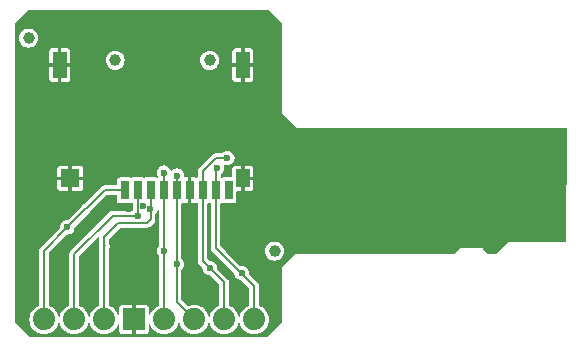
<source format=gbr>
%TF.GenerationSoftware,KiCad,Pcbnew,7.0.9*%
%TF.CreationDate,2023-12-03T04:53:17-05:00*%
%TF.ProjectId,SparkFun_MicroSD_Sniffer_v10,53706172-6b46-4756-9e5f-4d6963726f53,rev?*%
%TF.SameCoordinates,Original*%
%TF.FileFunction,Copper,L1,Top*%
%TF.FilePolarity,Positive*%
%FSLAX46Y46*%
G04 Gerber Fmt 4.6, Leading zero omitted, Abs format (unit mm)*
G04 Created by KiCad (PCBNEW 7.0.9) date 2023-12-03 04:53:17*
%MOMM*%
%LPD*%
G01*
G04 APERTURE LIST*
G04 Aperture macros list*
%AMRoundRect*
0 Rectangle with rounded corners*
0 $1 Rounding radius*
0 $2 $3 $4 $5 $6 $7 $8 $9 X,Y pos of 4 corners*
0 Add a 4 corners polygon primitive as box body*
4,1,4,$2,$3,$4,$5,$6,$7,$8,$9,$2,$3,0*
0 Add four circle primitives for the rounded corners*
1,1,$1+$1,$2,$3*
1,1,$1+$1,$4,$5*
1,1,$1+$1,$6,$7*
1,1,$1+$1,$8,$9*
0 Add four rect primitives between the rounded corners*
20,1,$1+$1,$2,$3,$4,$5,0*
20,1,$1+$1,$4,$5,$6,$7,0*
20,1,$1+$1,$6,$7,$8,$9,0*
20,1,$1+$1,$8,$9,$2,$3,0*%
G04 Aperture macros list end*
%TA.AperFunction,ComponentPad*%
%ADD10C,1.879600*%
%TD*%
%TA.AperFunction,ComponentPad*%
%ADD11R,1.879600X1.879600*%
%TD*%
%TA.AperFunction,SMDPad,CuDef*%
%ADD12RoundRect,0.500000X0.000000X0.000000X0.000000X0.000000X0.000000X0.000000X0.000000X0.000000X0*%
%TD*%
%TA.AperFunction,ComponentPad*%
%ADD13C,1.000000*%
%TD*%
%TA.AperFunction,SMDPad,CuDef*%
%ADD14R,0.700000X1.600000*%
%TD*%
%TA.AperFunction,SMDPad,CuDef*%
%ADD15R,1.200000X1.500000*%
%TD*%
%TA.AperFunction,SMDPad,CuDef*%
%ADD16R,1.200000X2.200000*%
%TD*%
%TA.AperFunction,SMDPad,CuDef*%
%ADD17R,1.600000X1.500000*%
%TD*%
%TA.AperFunction,ViaPad*%
%ADD18C,0.600000*%
%TD*%
%TA.AperFunction,Conductor*%
%ADD19C,0.200000*%
%TD*%
G04 APERTURE END LIST*
D10*
%TO.P,JP1,1,1*%
%TO.N,/DAT2*%
X127596900Y-117398800D03*
%TO.P,JP1,2,2*%
%TO.N,/CD{slash}DAT3*%
X130136900Y-117398800D03*
%TO.P,JP1,3,3*%
%TO.N,/CMD*%
X132676900Y-117398800D03*
D11*
%TO.P,JP1,4,4*%
%TO.N,GND*%
X135216900Y-117398800D03*
D10*
%TO.P,JP1,5,5*%
%TO.N,VCC*%
X137756900Y-117398800D03*
%TO.P,JP1,6,6*%
%TO.N,/CLK*%
X140296900Y-117398800D03*
%TO.P,JP1,7,7*%
%TO.N,/DAT0*%
X142836900Y-117398800D03*
%TO.P,JP1,8,8*%
%TO.N,/DAT1*%
X145376900Y-117398800D03*
%TD*%
D12*
%TO.P,FID1,1*%
%TO.N,N/C*%
X126276100Y-93573600D03*
%TD*%
%TO.P,FID2,1*%
%TO.N,N/C*%
X147104100Y-111607600D03*
%TD*%
D13*
%TO.P,Card1,*%
%TO.N,*%
X141610000Y-95450000D03*
X133610000Y-95450000D03*
D14*
%TO.P,Card1,1,DATA2*%
%TO.N,/DAT2*%
X134410000Y-106450000D03*
%TO.P,Card1,2,CD/DATA3*%
%TO.N,/CD{slash}DAT3*%
X135510000Y-106450000D03*
%TO.P,Card1,3,CMD*%
%TO.N,/CMD*%
X136610000Y-106450000D03*
%TO.P,Card1,4,VDD*%
%TO.N,VCC*%
X137710000Y-106450000D03*
%TO.P,Card1,5,CLK*%
%TO.N,/CLK*%
X138810000Y-106450000D03*
%TO.P,Card1,6,VSS*%
%TO.N,GND*%
X139910000Y-106450000D03*
%TO.P,Card1,7,DAT0*%
%TO.N,/DAT0*%
X141010000Y-106450000D03*
%TO.P,Card1,8,DAT1*%
%TO.N,/DAT1*%
X142110000Y-106450000D03*
%TO.P,Card1,9,CD*%
%TO.N,unconnected-(Card1-CD-Pad9)*%
X143210000Y-106450000D03*
D15*
%TO.P,Card1,10,GND*%
%TO.N,GND*%
X144410000Y-105450000D03*
D16*
%TO.P,Card1,11,GND*%
X144410000Y-95850000D03*
D17*
%TO.P,Card1,12,GND*%
X129810000Y-105450000D03*
D16*
%TO.P,Card1,13,GND*%
X128910000Y-95850000D03*
%TD*%
D18*
%TO.N,GND*%
X136770000Y-104790000D03*
X144100000Y-116110000D03*
X141590000Y-116130000D03*
X139030000Y-118510000D03*
X136590000Y-115780000D03*
X133850000Y-115810000D03*
X131410000Y-115950000D03*
X128870000Y-115940000D03*
X139880000Y-109150000D03*
X139880000Y-108090000D03*
X146290000Y-102410000D03*
X146470000Y-109120000D03*
X146490000Y-108030000D03*
X146500000Y-106810000D03*
X145770000Y-105690000D03*
X143220000Y-104650000D03*
X139590000Y-104600000D03*
X135960000Y-107830000D03*
X134750000Y-108060000D03*
X128700000Y-109130000D03*
X141480000Y-114190000D03*
X144470000Y-112540000D03*
X139640000Y-111940000D03*
X136690000Y-111240000D03*
X153750000Y-103950000D03*
X129050000Y-112500000D03*
X132760000Y-107790000D03*
X131480000Y-112600000D03*
%TO.N,VCC*%
X137730000Y-104970000D03*
X137740000Y-111570000D03*
%TO.N,/DAT2*%
X129570000Y-109600000D03*
%TO.N,/CD{slash}DAT3*%
X135520000Y-108600000D03*
%TO.N,/CMD*%
X136590000Y-108030000D03*
%TO.N,/CLK*%
X138840000Y-112710000D03*
X138820000Y-105210000D03*
%TO.N,/DAT0*%
X141610000Y-113020000D03*
X143110000Y-103740000D03*
%TO.N,/DAT1*%
X142250000Y-104600000D03*
X144310000Y-113460000D03*
%TD*%
D19*
%TO.N,VCC*%
X137730000Y-106430000D02*
X137710000Y-106450000D01*
X137730000Y-104970000D02*
X137730000Y-106430000D01*
X137710000Y-106340000D02*
X137710000Y-106450000D01*
X137710000Y-111540000D02*
X137710000Y-106450000D01*
X137756900Y-117398800D02*
X137710000Y-117351900D01*
X137740000Y-111570000D02*
X137710000Y-111540000D01*
X137700000Y-106330000D02*
X137710000Y-106340000D01*
X137710000Y-117351900D02*
X137710000Y-111600000D01*
X137710000Y-111600000D02*
X137740000Y-111570000D01*
X137710000Y-106320000D02*
X137700000Y-106330000D01*
%TO.N,/DAT2*%
X129570000Y-109600000D02*
X131170000Y-108000000D01*
X131190000Y-107980000D02*
X132720000Y-106450000D01*
X131170000Y-107980000D02*
X131190000Y-107980000D01*
X127596900Y-117398800D02*
X127596900Y-111573100D01*
X131170000Y-108000000D02*
X131170000Y-107980000D01*
X127596900Y-111573100D02*
X129570000Y-109600000D01*
X132720000Y-106450000D02*
X134410000Y-106450000D01*
%TO.N,/CD{slash}DAT3*%
X133390000Y-108620000D02*
X135420000Y-108620000D01*
X135510000Y-108530000D02*
X135510000Y-106450000D01*
X130136900Y-111873100D02*
X133390000Y-108620000D01*
X135420000Y-108620000D02*
X135510000Y-108530000D01*
X130136900Y-117398800D02*
X130136900Y-111873100D01*
%TO.N,/CMD*%
X132676900Y-111233100D02*
X132730000Y-111180000D01*
X132676900Y-117398800D02*
X132676900Y-111233100D01*
X133890000Y-109210000D02*
X136330000Y-109210000D01*
X132676900Y-110423100D02*
X133890000Y-109210000D01*
X136330000Y-109210000D02*
X136610000Y-108930000D01*
X132676900Y-111126900D02*
X132676900Y-110423100D01*
X132730000Y-111180000D02*
X132676900Y-111126900D01*
X136610000Y-108930000D02*
X136610000Y-106450000D01*
%TO.N,/CLK*%
X138810000Y-112680000D02*
X138810000Y-106450000D01*
X138820000Y-105210000D02*
X138820000Y-106440000D01*
X138840000Y-112710000D02*
X138810000Y-112680000D01*
X138810000Y-105450000D02*
X138810000Y-106450000D01*
X138820000Y-106440000D02*
X138810000Y-106450000D01*
X140296900Y-117398800D02*
X138810000Y-115911900D01*
X138810000Y-112740000D02*
X138840000Y-112710000D01*
X138810000Y-115911900D02*
X138810000Y-112740000D01*
%TO.N,/DAT0*%
X141610000Y-113020000D02*
X141600000Y-113020000D01*
X141600000Y-113020000D02*
X141010000Y-112430000D01*
X142836900Y-117398800D02*
X142836900Y-114256900D01*
X142130000Y-103740000D02*
X141010000Y-104860000D01*
X141010000Y-104860000D02*
X141010000Y-106450000D01*
X141610000Y-113030000D02*
X141610000Y-113020000D01*
X143110000Y-103740000D02*
X142130000Y-103740000D01*
X142836900Y-114256900D02*
X141610000Y-113030000D01*
X141010000Y-112430000D02*
X141010000Y-106450000D01*
%TO.N,/DAT1*%
X144250000Y-113460000D02*
X142110000Y-111320000D01*
X142110000Y-111320000D02*
X142110000Y-106450000D01*
X145376900Y-114586900D02*
X144310000Y-113520000D01*
X145376900Y-117398800D02*
X145376900Y-114586900D01*
X144310000Y-113520000D02*
X144310000Y-113460000D01*
X142170000Y-106390000D02*
X142110000Y-106450000D01*
X144310000Y-113460000D02*
X144250000Y-113460000D01*
X142170000Y-104611500D02*
X142170000Y-106390000D01*
%TD*%
%TA.AperFunction,Conductor*%
%TO.N,GND*%
G36*
X133736395Y-106873606D02*
G01*
X133754701Y-106917800D01*
X133754701Y-107295578D01*
X133757662Y-107321109D01*
X133803766Y-107425525D01*
X133884475Y-107506234D01*
X133988891Y-107552338D01*
X134014421Y-107555300D01*
X134805578Y-107555299D01*
X134831109Y-107552338D01*
X134934755Y-107506574D01*
X134982577Y-107505468D01*
X134985208Y-107506558D01*
X135067446Y-107542869D01*
X135100480Y-107577465D01*
X135104700Y-107600043D01*
X135104700Y-108126001D01*
X135089081Y-108163734D01*
X135090789Y-108165045D01*
X135071451Y-108190247D01*
X135030024Y-108214165D01*
X135021866Y-108214700D01*
X133325806Y-108214700D01*
X133299762Y-108223160D01*
X133290233Y-108225448D01*
X133263194Y-108229731D01*
X133263193Y-108229731D01*
X133238790Y-108242164D01*
X133229735Y-108245914D01*
X133203710Y-108254370D01*
X133203700Y-108254376D01*
X133181556Y-108270463D01*
X133173199Y-108275585D01*
X133148801Y-108288017D01*
X129804918Y-111631901D01*
X129804916Y-111631903D01*
X129792487Y-111656294D01*
X129787366Y-111664652D01*
X129771272Y-111686804D01*
X129762810Y-111712845D01*
X129759060Y-111721899D01*
X129746631Y-111746294D01*
X129742347Y-111773339D01*
X129740059Y-111782870D01*
X129731600Y-111808907D01*
X129731600Y-116174162D01*
X129713294Y-116218356D01*
X129695514Y-116230806D01*
X129511972Y-116316392D01*
X129333506Y-116441355D01*
X129179455Y-116595406D01*
X129054492Y-116773873D01*
X129054490Y-116773875D01*
X128962422Y-116971318D01*
X128962416Y-116971334D01*
X128927270Y-117102502D01*
X128898150Y-117140453D01*
X128850724Y-117146696D01*
X128812773Y-117117576D01*
X128806530Y-117102502D01*
X128771383Y-116971334D01*
X128771381Y-116971331D01*
X128771380Y-116971324D01*
X128701672Y-116821834D01*
X128679309Y-116773875D01*
X128679307Y-116773873D01*
X128679307Y-116773872D01*
X128554345Y-116595408D01*
X128554344Y-116595406D01*
X128400293Y-116441355D01*
X128286753Y-116361854D01*
X128221828Y-116316393D01*
X128221826Y-116316392D01*
X128221828Y-116316392D01*
X128038286Y-116230806D01*
X128005969Y-116195538D01*
X128002200Y-116174162D01*
X128002200Y-111766868D01*
X128020505Y-111722675D01*
X129515208Y-110227971D01*
X129559401Y-110209666D01*
X129567556Y-110210201D01*
X129570000Y-110210523D01*
X129712803Y-110191722D01*
X129728008Y-110189721D01*
X129728008Y-110189720D01*
X129728015Y-110189720D01*
X129875262Y-110128728D01*
X130001705Y-110031705D01*
X130098728Y-109905262D01*
X130159720Y-109758015D01*
X130180523Y-109600000D01*
X130180202Y-109597566D01*
X130180523Y-109596369D01*
X130180523Y-109595903D01*
X130180648Y-109595903D01*
X130192576Y-109551361D01*
X130197964Y-109545215D01*
X131479145Y-108264036D01*
X131501982Y-108241199D01*
X131521982Y-108221199D01*
X132869575Y-106873606D01*
X132913769Y-106855300D01*
X133692201Y-106855300D01*
X133736395Y-106873606D01*
G37*
%TD.AperFunction*%
%TA.AperFunction,Conductor*%
G36*
X132253294Y-110418274D02*
G01*
X132271600Y-110462468D01*
X132271600Y-116174162D01*
X132253294Y-116218356D01*
X132235514Y-116230806D01*
X132051972Y-116316392D01*
X131873506Y-116441355D01*
X131719455Y-116595406D01*
X131594492Y-116773873D01*
X131594490Y-116773875D01*
X131502422Y-116971318D01*
X131502416Y-116971334D01*
X131467270Y-117102502D01*
X131438150Y-117140453D01*
X131390724Y-117146696D01*
X131352773Y-117117576D01*
X131346530Y-117102502D01*
X131311383Y-116971334D01*
X131311381Y-116971331D01*
X131311380Y-116971324D01*
X131241672Y-116821834D01*
X131219309Y-116773875D01*
X131219307Y-116773873D01*
X131219307Y-116773872D01*
X131094345Y-116595408D01*
X131094344Y-116595406D01*
X130940293Y-116441355D01*
X130826753Y-116361854D01*
X130761828Y-116316393D01*
X130761826Y-116316392D01*
X130761828Y-116316392D01*
X130578286Y-116230806D01*
X130545969Y-116195538D01*
X130542200Y-116174162D01*
X130542200Y-112066868D01*
X130560505Y-112022675D01*
X132164906Y-110418273D01*
X132209100Y-110399968D01*
X132253294Y-110418274D01*
G37*
%TD.AperFunction*%
%TA.AperFunction,Conductor*%
G36*
X141585208Y-107506557D02*
G01*
X141667446Y-107542869D01*
X141700480Y-107577465D01*
X141704700Y-107600043D01*
X141704700Y-111384195D01*
X141713159Y-111410227D01*
X141715448Y-111419763D01*
X141719730Y-111446801D01*
X141719731Y-111446804D01*
X141732159Y-111471196D01*
X141735911Y-111480254D01*
X141744373Y-111506297D01*
X141760463Y-111528443D01*
X141765586Y-111536803D01*
X141778016Y-111561197D01*
X143687910Y-113471091D01*
X143705681Y-113507127D01*
X143720278Y-113618008D01*
X143720281Y-113618018D01*
X143781270Y-113765259D01*
X143781272Y-113765262D01*
X143878294Y-113891705D01*
X143921579Y-113924918D01*
X144004738Y-113988728D01*
X144151985Y-114049720D01*
X144151991Y-114049720D01*
X144151992Y-114049721D01*
X144262871Y-114064318D01*
X144298908Y-114082089D01*
X144953294Y-114736475D01*
X144971600Y-114780669D01*
X144971600Y-116174162D01*
X144953294Y-116218356D01*
X144935514Y-116230806D01*
X144751972Y-116316392D01*
X144573506Y-116441355D01*
X144419455Y-116595406D01*
X144294492Y-116773873D01*
X144294490Y-116773875D01*
X144202422Y-116971318D01*
X144202416Y-116971334D01*
X144167270Y-117102502D01*
X144138150Y-117140453D01*
X144090724Y-117146696D01*
X144052773Y-117117576D01*
X144046530Y-117102502D01*
X144011383Y-116971334D01*
X144011381Y-116971331D01*
X144011380Y-116971324D01*
X143941672Y-116821834D01*
X143919309Y-116773875D01*
X143919307Y-116773873D01*
X143919307Y-116773872D01*
X143794345Y-116595408D01*
X143794344Y-116595406D01*
X143640293Y-116441355D01*
X143526753Y-116361854D01*
X143461828Y-116316393D01*
X143461826Y-116316392D01*
X143461828Y-116316392D01*
X143278286Y-116230806D01*
X143245969Y-116195538D01*
X143242200Y-116174162D01*
X143242200Y-114192706D01*
X143233741Y-114166672D01*
X143231452Y-114157137D01*
X143227168Y-114130096D01*
X143227168Y-114130094D01*
X143214736Y-114105696D01*
X143210988Y-114096648D01*
X143202527Y-114070605D01*
X143186435Y-114048456D01*
X143181310Y-114040092D01*
X143168883Y-114015702D01*
X142236809Y-113083628D01*
X142218503Y-113039434D01*
X142219037Y-113031284D01*
X142220523Y-113020000D01*
X142219997Y-113016007D01*
X142199721Y-112861991D01*
X142199720Y-112861989D01*
X142199720Y-112861985D01*
X142138728Y-112714739D01*
X142041705Y-112588295D01*
X142041703Y-112588294D01*
X142041703Y-112588293D01*
X141915262Y-112491272D01*
X141915259Y-112491270D01*
X141768018Y-112430281D01*
X141768008Y-112430278D01*
X141610003Y-112409477D01*
X141610001Y-112409477D01*
X141610000Y-112409477D01*
X141598720Y-112410961D01*
X141552516Y-112398580D01*
X141546371Y-112393190D01*
X141433606Y-112280425D01*
X141415300Y-112236231D01*
X141415300Y-107600043D01*
X141433606Y-107555849D01*
X141452552Y-107542869D01*
X141534757Y-107506572D01*
X141582578Y-107505468D01*
X141585208Y-107506557D01*
G37*
%TD.AperFunction*%
%TA.AperFunction,Conductor*%
G36*
X137291784Y-108154217D02*
G01*
X137304700Y-108192265D01*
X137304700Y-111121764D01*
X137291784Y-111159811D01*
X137217992Y-111255982D01*
X137211270Y-111264742D01*
X137150281Y-111411981D01*
X137150278Y-111411991D01*
X137129477Y-111569998D01*
X137129477Y-111570001D01*
X137150278Y-111728008D01*
X137150281Y-111728018D01*
X137211270Y-111875259D01*
X137211272Y-111875263D01*
X137291784Y-111980186D01*
X137304700Y-112018234D01*
X137304700Y-116196031D01*
X137286394Y-116240225D01*
X137268614Y-116252675D01*
X137131972Y-116316392D01*
X136953506Y-116441355D01*
X136799455Y-116595406D01*
X136674492Y-116773873D01*
X136674490Y-116773875D01*
X136582422Y-116971319D01*
X136582421Y-116971323D01*
X136581926Y-116972682D01*
X136581642Y-116972990D01*
X136581267Y-116973797D01*
X136581012Y-116973678D01*
X136549601Y-117007943D01*
X136501811Y-117010021D01*
X136466550Y-116977696D01*
X136460699Y-116951294D01*
X136460699Y-116413611D01*
X136457750Y-116388192D01*
X136457750Y-116388191D01*
X136411842Y-116284221D01*
X136331478Y-116203857D01*
X136227505Y-116157948D01*
X136202089Y-116155000D01*
X135368900Y-116155000D01*
X135368900Y-116909748D01*
X135361492Y-116906365D01*
X135253234Y-116890800D01*
X135180566Y-116890800D01*
X135072308Y-116906365D01*
X135064900Y-116909748D01*
X135064900Y-116155000D01*
X134231711Y-116155000D01*
X134206292Y-116157949D01*
X134206291Y-116157949D01*
X134102321Y-116203857D01*
X134021957Y-116284221D01*
X133976048Y-116388194D01*
X133973100Y-116413611D01*
X133973100Y-116951293D01*
X133954794Y-116995487D01*
X133910600Y-117013793D01*
X133866406Y-116995487D01*
X133852574Y-116973777D01*
X133852533Y-116973797D01*
X133852386Y-116973482D01*
X133851870Y-116972672D01*
X133851382Y-116971332D01*
X133851380Y-116971324D01*
X133781672Y-116821834D01*
X133759309Y-116773875D01*
X133759307Y-116773873D01*
X133759307Y-116773872D01*
X133634345Y-116595408D01*
X133634344Y-116595406D01*
X133480293Y-116441355D01*
X133366753Y-116361854D01*
X133301828Y-116316393D01*
X133301826Y-116316392D01*
X133301828Y-116316392D01*
X133118286Y-116230806D01*
X133085969Y-116195538D01*
X133082200Y-116174162D01*
X133082200Y-111405083D01*
X133094138Y-111368344D01*
X133095627Y-111366296D01*
X133135300Y-111244193D01*
X133135300Y-111115807D01*
X133131581Y-111104362D01*
X133095627Y-110993704D01*
X133094134Y-110991649D01*
X133082200Y-110954915D01*
X133082200Y-110616869D01*
X133100506Y-110572675D01*
X134039575Y-109633606D01*
X134083769Y-109615300D01*
X136394192Y-109615300D01*
X136394193Y-109615300D01*
X136394194Y-109615299D01*
X136394197Y-109615299D01*
X136401699Y-109612860D01*
X136420230Y-109606838D01*
X136429756Y-109604551D01*
X136456806Y-109600268D01*
X136481209Y-109587833D01*
X136490245Y-109584090D01*
X136516296Y-109575627D01*
X136538457Y-109559524D01*
X136546791Y-109554417D01*
X136571199Y-109541982D01*
X136661982Y-109451199D01*
X136919145Y-109194036D01*
X136941982Y-109171199D01*
X136954417Y-109146791D01*
X136959524Y-109138457D01*
X136975627Y-109116296D01*
X136984090Y-109090245D01*
X136987833Y-109081209D01*
X137000268Y-109056806D01*
X137004551Y-109029756D01*
X137006838Y-109020230D01*
X137015300Y-108994193D01*
X137015300Y-108865807D01*
X137015300Y-108491267D01*
X137028215Y-108453220D01*
X137118728Y-108335262D01*
X137179720Y-108188015D01*
X137179760Y-108187705D01*
X137180235Y-108184108D01*
X137204152Y-108142681D01*
X137250357Y-108130300D01*
X137291784Y-108154217D01*
G37*
%TD.AperFunction*%
%TA.AperFunction,Conductor*%
G36*
X136085208Y-107506557D02*
G01*
X136119623Y-107521753D01*
X136152657Y-107556349D01*
X136151552Y-107604172D01*
X136143962Y-107616974D01*
X136061272Y-107724738D01*
X136061270Y-107724741D01*
X136035542Y-107786855D01*
X136001717Y-107820680D01*
X135953882Y-107820679D01*
X135920057Y-107786854D01*
X135915300Y-107762937D01*
X135915300Y-107600043D01*
X135933606Y-107555849D01*
X135952552Y-107542869D01*
X136034757Y-107506572D01*
X136082578Y-107505468D01*
X136085208Y-107506557D01*
G37*
%TD.AperFunction*%
%TA.AperFunction,Conductor*%
G36*
X146561594Y-91179406D02*
G01*
X147720294Y-92338106D01*
X147738600Y-92382300D01*
X147738600Y-99889320D01*
X147734660Y-99911159D01*
X147733556Y-99914118D01*
X147733556Y-99914120D01*
X147737172Y-99930742D01*
X147737900Y-99937520D01*
X147737964Y-99937511D01*
X147738599Y-99941932D01*
X147742166Y-99954079D01*
X147742718Y-99956240D01*
X147749471Y-99987282D01*
X147751542Y-99991074D01*
X147751691Y-99991435D01*
X147751736Y-99991511D01*
X147751975Y-99991807D01*
X147754310Y-99995441D01*
X147768285Y-100007550D01*
X147778334Y-100016257D01*
X147779959Y-100017771D01*
X148894703Y-101132515D01*
X148907359Y-101150741D01*
X148908673Y-101153619D01*
X148908675Y-101153621D01*
X148922982Y-101162815D01*
X148928288Y-101167091D01*
X148928327Y-101167040D01*
X148931906Y-101169719D01*
X148943014Y-101175783D01*
X148944935Y-101176923D01*
X148959903Y-101186542D01*
X148971663Y-101194100D01*
X148971665Y-101194100D01*
X148975801Y-101195315D01*
X148976156Y-101195462D01*
X148976258Y-101195488D01*
X148976636Y-101195529D01*
X148980852Y-101196446D01*
X148980853Y-101196445D01*
X148980854Y-101196446D01*
X148987430Y-101195975D01*
X149012547Y-101194180D01*
X149014777Y-101194100D01*
X171803648Y-101194100D01*
X171847842Y-101212406D01*
X171866148Y-101256600D01*
X171866143Y-101257401D01*
X171744020Y-110782921D01*
X171725149Y-110826877D01*
X171681366Y-110844620D01*
X166964419Y-110832587D01*
X166942703Y-110828634D01*
X166939564Y-110827461D01*
X166939560Y-110827460D01*
X166923112Y-110831028D01*
X166916408Y-110831738D01*
X166916421Y-110831828D01*
X166911995Y-110832453D01*
X166899696Y-110836029D01*
X166897596Y-110836562D01*
X166866388Y-110843331D01*
X166862949Y-110845206D01*
X166862543Y-110845373D01*
X166862080Y-110845647D01*
X166861742Y-110845919D01*
X166858444Y-110848026D01*
X166837471Y-110872106D01*
X166835989Y-110873692D01*
X165865636Y-111842822D01*
X165821470Y-111861100D01*
X165216801Y-111861100D01*
X165172607Y-111842794D01*
X164744496Y-111414683D01*
X164731837Y-111396450D01*
X164730526Y-111393580D01*
X164716214Y-111384382D01*
X164710907Y-111380105D01*
X164710869Y-111380157D01*
X164707292Y-111377479D01*
X164696169Y-111371406D01*
X164694248Y-111370266D01*
X164667538Y-111353100D01*
X164663392Y-111351883D01*
X164663029Y-111351732D01*
X164662950Y-111351712D01*
X164662563Y-111351671D01*
X164658346Y-111350753D01*
X164626653Y-111353020D01*
X164624423Y-111353100D01*
X162886380Y-111353100D01*
X162864541Y-111349160D01*
X162861581Y-111348056D01*
X162861578Y-111348055D01*
X162844956Y-111351672D01*
X162838182Y-111352400D01*
X162838192Y-111352464D01*
X162833764Y-111353100D01*
X162821607Y-111356669D01*
X162819449Y-111357220D01*
X162788415Y-111363971D01*
X162784615Y-111366046D01*
X162784257Y-111366194D01*
X162784197Y-111366229D01*
X162783893Y-111366475D01*
X162780258Y-111368810D01*
X162759454Y-111392819D01*
X162757935Y-111394451D01*
X162309593Y-111842794D01*
X162265399Y-111861100D01*
X148916380Y-111861100D01*
X148894541Y-111857160D01*
X148891581Y-111856056D01*
X148891578Y-111856055D01*
X148874956Y-111859672D01*
X148868180Y-111860400D01*
X148868190Y-111860464D01*
X148863764Y-111861100D01*
X148851612Y-111864667D01*
X148849453Y-111865218D01*
X148818416Y-111871971D01*
X148814614Y-111874047D01*
X148814256Y-111874195D01*
X148814199Y-111874228D01*
X148813903Y-111874468D01*
X148810259Y-111876810D01*
X148789448Y-111900826D01*
X148787929Y-111902458D01*
X147800181Y-112890204D01*
X147781957Y-112902859D01*
X147779080Y-112904172D01*
X147779079Y-112904174D01*
X147769881Y-112918486D01*
X147765607Y-112923789D01*
X147765659Y-112923828D01*
X147762978Y-112927409D01*
X147756907Y-112938528D01*
X147755769Y-112940446D01*
X147738599Y-112967163D01*
X147737382Y-112971309D01*
X147737233Y-112971668D01*
X147737214Y-112971744D01*
X147737172Y-112972135D01*
X147736253Y-112976355D01*
X147738520Y-113008046D01*
X147738600Y-113010276D01*
X147738600Y-117624899D01*
X147720294Y-117669093D01*
X146561593Y-118827794D01*
X146517399Y-118846100D01*
X126354800Y-118846100D01*
X126310606Y-118827794D01*
X125151906Y-117669093D01*
X125133600Y-117624899D01*
X125133600Y-117398802D01*
X126347044Y-117398802D01*
X126366031Y-117615831D01*
X126366034Y-117615847D01*
X126422416Y-117826265D01*
X126422422Y-117826281D01*
X126514490Y-118023724D01*
X126514492Y-118023726D01*
X126639455Y-118202193D01*
X126793506Y-118356244D01*
X126833129Y-118383988D01*
X126971972Y-118481207D01*
X126971973Y-118481207D01*
X126971975Y-118481209D01*
X127040963Y-118513378D01*
X127169424Y-118573280D01*
X127169431Y-118573281D01*
X127169434Y-118573283D01*
X127379852Y-118629665D01*
X127379858Y-118629666D01*
X127379865Y-118629668D01*
X127493972Y-118639651D01*
X127596898Y-118648656D01*
X127596900Y-118648656D01*
X127596902Y-118648656D01*
X127669245Y-118642326D01*
X127813935Y-118629668D01*
X127813944Y-118629665D01*
X127813947Y-118629665D01*
X128024365Y-118573283D01*
X128024365Y-118573282D01*
X128024376Y-118573280D01*
X128221828Y-118481207D01*
X128400292Y-118356245D01*
X128554345Y-118202192D01*
X128679307Y-118023728D01*
X128771380Y-117826276D01*
X128772043Y-117823803D01*
X128806530Y-117695097D01*
X128835650Y-117657146D01*
X128883076Y-117650903D01*
X128921027Y-117680023D01*
X128927270Y-117695097D01*
X128962416Y-117826265D01*
X128962422Y-117826281D01*
X129054490Y-118023724D01*
X129054492Y-118023726D01*
X129179455Y-118202193D01*
X129333506Y-118356244D01*
X129373129Y-118383988D01*
X129511972Y-118481207D01*
X129511973Y-118481207D01*
X129511975Y-118481209D01*
X129580963Y-118513378D01*
X129709424Y-118573280D01*
X129709431Y-118573281D01*
X129709434Y-118573283D01*
X129919852Y-118629665D01*
X129919858Y-118629666D01*
X129919865Y-118629668D01*
X130033972Y-118639651D01*
X130136898Y-118648656D01*
X130136900Y-118648656D01*
X130136902Y-118648656D01*
X130209245Y-118642326D01*
X130353935Y-118629668D01*
X130353944Y-118629665D01*
X130353947Y-118629665D01*
X130564365Y-118573283D01*
X130564365Y-118573282D01*
X130564376Y-118573280D01*
X130761828Y-118481207D01*
X130940292Y-118356245D01*
X131094345Y-118202192D01*
X131219307Y-118023728D01*
X131311380Y-117826276D01*
X131312043Y-117823803D01*
X131346530Y-117695097D01*
X131375650Y-117657146D01*
X131423076Y-117650903D01*
X131461027Y-117680023D01*
X131467270Y-117695097D01*
X131502416Y-117826265D01*
X131502422Y-117826281D01*
X131594490Y-118023724D01*
X131594492Y-118023726D01*
X131719455Y-118202193D01*
X131873506Y-118356244D01*
X131913129Y-118383988D01*
X132051972Y-118481207D01*
X132051973Y-118481207D01*
X132051975Y-118481209D01*
X132120963Y-118513378D01*
X132249424Y-118573280D01*
X132249431Y-118573281D01*
X132249434Y-118573283D01*
X132459852Y-118629665D01*
X132459858Y-118629666D01*
X132459865Y-118629668D01*
X132573972Y-118639651D01*
X132676898Y-118648656D01*
X132676900Y-118648656D01*
X132676902Y-118648656D01*
X132749245Y-118642326D01*
X132893935Y-118629668D01*
X132893944Y-118629665D01*
X132893947Y-118629665D01*
X133104365Y-118573283D01*
X133104365Y-118573282D01*
X133104376Y-118573280D01*
X133301828Y-118481207D01*
X133480292Y-118356245D01*
X133634345Y-118202192D01*
X133759307Y-118023728D01*
X133851380Y-117826276D01*
X133851384Y-117826260D01*
X133851867Y-117824935D01*
X133852148Y-117824627D01*
X133852533Y-117823803D01*
X133852792Y-117823924D01*
X133884180Y-117789664D01*
X133931970Y-117787572D01*
X133967241Y-117819885D01*
X133973100Y-117846305D01*
X133973100Y-118383988D01*
X133976049Y-118409407D01*
X133976049Y-118409408D01*
X134021957Y-118513378D01*
X134102321Y-118593742D01*
X134206294Y-118639651D01*
X134231711Y-118642599D01*
X135064900Y-118642599D01*
X135064900Y-117887851D01*
X135072308Y-117891235D01*
X135180566Y-117906800D01*
X135253234Y-117906800D01*
X135361492Y-117891235D01*
X135368900Y-117887851D01*
X135368900Y-118642599D01*
X136202088Y-118642599D01*
X136227507Y-118639650D01*
X136227508Y-118639650D01*
X136331478Y-118593742D01*
X136411842Y-118513378D01*
X136457751Y-118409405D01*
X136460699Y-118383988D01*
X136460699Y-117846306D01*
X136479005Y-117802112D01*
X136523199Y-117783806D01*
X136567393Y-117802112D01*
X136581227Y-117823821D01*
X136581267Y-117823803D01*
X136581407Y-117824104D01*
X136581926Y-117824918D01*
X136582417Y-117826265D01*
X136582420Y-117826276D01*
X136582422Y-117826280D01*
X136674490Y-118023724D01*
X136674492Y-118023726D01*
X136799455Y-118202193D01*
X136953506Y-118356244D01*
X136993129Y-118383988D01*
X137131972Y-118481207D01*
X137131973Y-118481207D01*
X137131975Y-118481209D01*
X137200963Y-118513378D01*
X137329424Y-118573280D01*
X137329431Y-118573281D01*
X137329434Y-118573283D01*
X137539852Y-118629665D01*
X137539858Y-118629666D01*
X137539865Y-118629668D01*
X137653972Y-118639651D01*
X137756898Y-118648656D01*
X137756900Y-118648656D01*
X137756902Y-118648656D01*
X137829245Y-118642326D01*
X137973935Y-118629668D01*
X137973944Y-118629665D01*
X137973947Y-118629665D01*
X138184365Y-118573283D01*
X138184365Y-118573282D01*
X138184376Y-118573280D01*
X138381828Y-118481207D01*
X138560292Y-118356245D01*
X138714345Y-118202192D01*
X138839307Y-118023728D01*
X138931380Y-117826276D01*
X138932043Y-117823803D01*
X138966530Y-117695097D01*
X138995650Y-117657146D01*
X139043076Y-117650903D01*
X139081027Y-117680023D01*
X139087270Y-117695097D01*
X139122416Y-117826265D01*
X139122422Y-117826281D01*
X139214490Y-118023724D01*
X139214492Y-118023726D01*
X139339455Y-118202193D01*
X139493506Y-118356244D01*
X139533129Y-118383988D01*
X139671972Y-118481207D01*
X139671973Y-118481207D01*
X139671975Y-118481209D01*
X139740963Y-118513378D01*
X139869424Y-118573280D01*
X139869431Y-118573281D01*
X139869434Y-118573283D01*
X140079852Y-118629665D01*
X140079858Y-118629666D01*
X140079865Y-118629668D01*
X140193972Y-118639651D01*
X140296898Y-118648656D01*
X140296900Y-118648656D01*
X140296902Y-118648656D01*
X140369245Y-118642326D01*
X140513935Y-118629668D01*
X140513944Y-118629665D01*
X140513947Y-118629665D01*
X140724365Y-118573283D01*
X140724365Y-118573282D01*
X140724376Y-118573280D01*
X140921828Y-118481207D01*
X141100292Y-118356245D01*
X141254345Y-118202192D01*
X141379307Y-118023728D01*
X141471380Y-117826276D01*
X141472043Y-117823803D01*
X141506530Y-117695097D01*
X141535650Y-117657146D01*
X141583076Y-117650903D01*
X141621027Y-117680023D01*
X141627270Y-117695097D01*
X141662416Y-117826265D01*
X141662422Y-117826281D01*
X141754490Y-118023724D01*
X141754492Y-118023726D01*
X141879455Y-118202193D01*
X142033506Y-118356244D01*
X142073129Y-118383988D01*
X142211972Y-118481207D01*
X142211973Y-118481207D01*
X142211975Y-118481209D01*
X142280963Y-118513378D01*
X142409424Y-118573280D01*
X142409431Y-118573281D01*
X142409434Y-118573283D01*
X142619852Y-118629665D01*
X142619858Y-118629666D01*
X142619865Y-118629668D01*
X142733972Y-118639651D01*
X142836898Y-118648656D01*
X142836900Y-118648656D01*
X142836902Y-118648656D01*
X142909245Y-118642326D01*
X143053935Y-118629668D01*
X143053944Y-118629665D01*
X143053947Y-118629665D01*
X143264365Y-118573283D01*
X143264365Y-118573282D01*
X143264376Y-118573280D01*
X143461828Y-118481207D01*
X143640292Y-118356245D01*
X143794345Y-118202192D01*
X143919307Y-118023728D01*
X144011380Y-117826276D01*
X144012043Y-117823803D01*
X144046530Y-117695097D01*
X144075650Y-117657146D01*
X144123076Y-117650903D01*
X144161027Y-117680023D01*
X144167270Y-117695097D01*
X144202416Y-117826265D01*
X144202422Y-117826281D01*
X144294490Y-118023724D01*
X144294492Y-118023726D01*
X144419455Y-118202193D01*
X144573506Y-118356244D01*
X144613129Y-118383988D01*
X144751972Y-118481207D01*
X144751973Y-118481207D01*
X144751975Y-118481209D01*
X144820963Y-118513378D01*
X144949424Y-118573280D01*
X144949431Y-118573281D01*
X144949434Y-118573283D01*
X145159852Y-118629665D01*
X145159858Y-118629666D01*
X145159865Y-118629668D01*
X145273972Y-118639651D01*
X145376898Y-118648656D01*
X145376900Y-118648656D01*
X145376902Y-118648656D01*
X145449245Y-118642326D01*
X145593935Y-118629668D01*
X145593944Y-118629665D01*
X145593947Y-118629665D01*
X145804365Y-118573283D01*
X145804365Y-118573282D01*
X145804376Y-118573280D01*
X146001828Y-118481207D01*
X146180292Y-118356245D01*
X146334345Y-118202192D01*
X146459307Y-118023728D01*
X146551380Y-117826276D01*
X146552043Y-117823803D01*
X146607765Y-117615847D01*
X146607765Y-117615844D01*
X146607768Y-117615835D01*
X146626756Y-117398800D01*
X146607768Y-117181765D01*
X146598371Y-117146696D01*
X146551383Y-116971334D01*
X146551381Y-116971331D01*
X146551380Y-116971324D01*
X146481672Y-116821834D01*
X146459309Y-116773875D01*
X146459307Y-116773873D01*
X146459307Y-116773872D01*
X146334345Y-116595408D01*
X146334344Y-116595406D01*
X146180293Y-116441355D01*
X146066753Y-116361854D01*
X146001828Y-116316393D01*
X146001826Y-116316392D01*
X146001828Y-116316392D01*
X145818286Y-116230806D01*
X145785969Y-116195538D01*
X145782200Y-116174162D01*
X145782200Y-114522707D01*
X145782200Y-114522706D01*
X145773735Y-114496659D01*
X145771451Y-114487141D01*
X145767168Y-114460094D01*
X145754735Y-114435694D01*
X145750988Y-114426650D01*
X145742526Y-114400604D01*
X145726428Y-114378448D01*
X145721315Y-114370104D01*
X145708882Y-114345701D01*
X145708880Y-114345699D01*
X145708879Y-114345697D01*
X145618099Y-114254918D01*
X144930992Y-113567811D01*
X144912686Y-113523617D01*
X144913221Y-113515458D01*
X144917088Y-113486093D01*
X144920523Y-113460000D01*
X144902784Y-113325262D01*
X144899721Y-113301991D01*
X144899720Y-113301989D01*
X144899720Y-113301985D01*
X144848369Y-113178015D01*
X144838729Y-113154741D01*
X144838727Y-113154738D01*
X144741705Y-113028295D01*
X144741703Y-113028294D01*
X144741703Y-113028293D01*
X144615262Y-112931272D01*
X144615259Y-112931270D01*
X144468018Y-112870281D01*
X144468008Y-112870278D01*
X144310003Y-112849477D01*
X144309998Y-112849477D01*
X144254540Y-112856778D01*
X144208334Y-112844397D01*
X144202188Y-112839007D01*
X143016006Y-111652825D01*
X146298800Y-111652825D01*
X146314021Y-111787927D01*
X146314021Y-111787929D01*
X146314022Y-111787930D01*
X146343429Y-111871972D01*
X146373960Y-111959223D01*
X146373961Y-111959224D01*
X146470505Y-112112872D01*
X146598827Y-112241194D01*
X146752475Y-112337738D01*
X146752476Y-112337739D01*
X146752478Y-112337739D01*
X146752482Y-112337742D01*
X146923770Y-112397678D01*
X147058871Y-112412900D01*
X147149328Y-112412899D01*
X147284430Y-112397678D01*
X147455718Y-112337742D01*
X147609374Y-112241193D01*
X147737693Y-112112874D01*
X147834242Y-111959218D01*
X147894178Y-111787930D01*
X147909400Y-111652829D01*
X147909399Y-111562372D01*
X147894178Y-111427270D01*
X147834242Y-111255982D01*
X147834239Y-111255978D01*
X147834239Y-111255976D01*
X147834238Y-111255975D01*
X147737694Y-111102327D01*
X147609372Y-110974005D01*
X147455724Y-110877461D01*
X147455723Y-110877460D01*
X147455718Y-110877458D01*
X147284430Y-110817522D01*
X147284429Y-110817521D01*
X147284427Y-110817521D01*
X147204047Y-110808465D01*
X147149329Y-110802300D01*
X147149325Y-110802300D01*
X147058874Y-110802300D01*
X146923772Y-110817521D01*
X146752476Y-110877460D01*
X146752475Y-110877461D01*
X146598827Y-110974005D01*
X146470505Y-111102327D01*
X146373961Y-111255975D01*
X146373960Y-111255976D01*
X146314021Y-111427272D01*
X146308052Y-111480254D01*
X146298933Y-111561197D01*
X146298800Y-111562374D01*
X146298800Y-111652825D01*
X143016006Y-111652825D01*
X142533606Y-111170425D01*
X142515300Y-111126231D01*
X142515300Y-107600043D01*
X142533606Y-107555849D01*
X142552552Y-107542869D01*
X142634757Y-107506572D01*
X142682578Y-107505468D01*
X142685208Y-107506557D01*
X142788891Y-107552338D01*
X142814421Y-107555300D01*
X143605578Y-107555299D01*
X143631109Y-107552338D01*
X143735525Y-107506234D01*
X143816234Y-107425525D01*
X143862338Y-107321109D01*
X143865300Y-107295579D01*
X143865299Y-106566497D01*
X143883605Y-106522305D01*
X143927799Y-106503999D01*
X144258000Y-106503999D01*
X144258000Y-105602000D01*
X144562000Y-105602000D01*
X144562000Y-106503999D01*
X145055388Y-106503999D01*
X145080807Y-106501050D01*
X145080808Y-106501050D01*
X145184778Y-106455142D01*
X145265142Y-106374778D01*
X145311051Y-106270805D01*
X145314000Y-106245388D01*
X145314000Y-105602000D01*
X144562000Y-105602000D01*
X144258000Y-105602000D01*
X144258000Y-104396000D01*
X144562000Y-104396000D01*
X144562000Y-105298000D01*
X145313999Y-105298000D01*
X145313999Y-104654611D01*
X145311050Y-104629192D01*
X145311050Y-104629191D01*
X145265142Y-104525221D01*
X145184778Y-104444857D01*
X145080805Y-104398948D01*
X145055389Y-104396000D01*
X144562000Y-104396000D01*
X144258000Y-104396000D01*
X143764611Y-104396000D01*
X143739192Y-104398949D01*
X143739191Y-104398949D01*
X143635221Y-104444857D01*
X143554857Y-104525221D01*
X143508948Y-104629194D01*
X143506000Y-104654611D01*
X143506000Y-105282200D01*
X143487694Y-105326394D01*
X143443500Y-105344700D01*
X142814421Y-105344700D01*
X142788890Y-105347662D01*
X142788889Y-105347662D01*
X142685245Y-105393426D01*
X142637422Y-105394530D01*
X142634755Y-105393426D01*
X142627809Y-105390359D01*
X142612554Y-105383623D01*
X142579521Y-105349027D01*
X142575300Y-105326449D01*
X142575300Y-105144173D01*
X142593606Y-105099979D01*
X142599747Y-105094593D01*
X142681705Y-105031705D01*
X142778728Y-104905262D01*
X142839720Y-104758015D01*
X142854260Y-104647575D01*
X142860523Y-104600001D01*
X142860523Y-104599998D01*
X142839721Y-104441991D01*
X142839720Y-104441989D01*
X142839720Y-104441985D01*
X142818079Y-104389739D01*
X142818078Y-104341903D01*
X142851903Y-104308079D01*
X142899736Y-104308078D01*
X142951985Y-104329720D01*
X142951989Y-104329720D01*
X142951991Y-104329721D01*
X143109998Y-104350523D01*
X143110000Y-104350523D01*
X143110002Y-104350523D01*
X143268008Y-104329721D01*
X143268008Y-104329720D01*
X143268015Y-104329720D01*
X143415262Y-104268728D01*
X143541705Y-104171705D01*
X143638728Y-104045262D01*
X143699720Y-103898015D01*
X143720523Y-103740000D01*
X143699720Y-103581985D01*
X143638728Y-103434739D01*
X143541705Y-103308295D01*
X143541703Y-103308294D01*
X143541703Y-103308293D01*
X143415262Y-103211272D01*
X143415259Y-103211270D01*
X143268018Y-103150281D01*
X143268008Y-103150278D01*
X143110002Y-103129477D01*
X143109998Y-103129477D01*
X142951991Y-103150278D01*
X142951981Y-103150281D01*
X142804741Y-103211270D01*
X142804738Y-103211272D01*
X142678295Y-103308295D01*
X142676795Y-103310250D01*
X142675718Y-103310871D01*
X142675398Y-103311192D01*
X142675312Y-103311106D01*
X142635367Y-103334166D01*
X142627212Y-103334700D01*
X142065806Y-103334700D01*
X142039762Y-103343160D01*
X142030233Y-103345448D01*
X142003194Y-103349731D01*
X142003193Y-103349731D01*
X141978790Y-103362164D01*
X141969735Y-103365914D01*
X141943710Y-103374370D01*
X141943700Y-103374376D01*
X141921556Y-103390463D01*
X141913199Y-103395585D01*
X141888801Y-103408017D01*
X140678018Y-104618801D01*
X140678016Y-104618803D01*
X140665587Y-104643194D01*
X140660466Y-104651552D01*
X140644372Y-104673704D01*
X140635910Y-104699745D01*
X140632160Y-104708799D01*
X140619731Y-104733194D01*
X140615447Y-104760239D01*
X140613159Y-104769770D01*
X140604700Y-104795807D01*
X140604700Y-105299956D01*
X140586394Y-105344150D01*
X140567445Y-105357131D01*
X140483636Y-105394136D01*
X140435813Y-105395240D01*
X140433146Y-105394136D01*
X140330805Y-105348949D01*
X140305389Y-105346000D01*
X140062000Y-105346000D01*
X140062000Y-107553999D01*
X140305388Y-107553999D01*
X140330807Y-107551050D01*
X140330814Y-107551048D01*
X140433146Y-107505864D01*
X140480968Y-107504758D01*
X140483636Y-107505863D01*
X140484474Y-107506233D01*
X140484475Y-107506234D01*
X140567446Y-107542869D01*
X140600479Y-107577465D01*
X140604700Y-107600043D01*
X140604700Y-112494195D01*
X140613159Y-112520227D01*
X140615448Y-112529763D01*
X140619730Y-112556801D01*
X140619731Y-112556804D01*
X140632159Y-112581196D01*
X140635911Y-112590254D01*
X140644373Y-112616297D01*
X140660463Y-112638443D01*
X140665586Y-112646803D01*
X140678016Y-112671197D01*
X140981171Y-112974352D01*
X140998425Y-113016007D01*
X140998942Y-113015939D01*
X140999195Y-113017867D01*
X140999477Y-113018546D01*
X140999477Y-113020002D01*
X141020278Y-113178008D01*
X141020281Y-113178018D01*
X141081270Y-113325259D01*
X141081272Y-113325262D01*
X141178294Y-113451705D01*
X141272013Y-113523617D01*
X141304738Y-113548728D01*
X141451985Y-113609720D01*
X141451989Y-113609720D01*
X141451991Y-113609721D01*
X141609998Y-113630523D01*
X141611454Y-113630523D01*
X141612132Y-113630803D01*
X141614062Y-113631058D01*
X141613993Y-113631575D01*
X141655648Y-113648829D01*
X142413294Y-114406475D01*
X142431600Y-114450669D01*
X142431600Y-116174162D01*
X142413294Y-116218356D01*
X142395514Y-116230806D01*
X142211972Y-116316392D01*
X142033506Y-116441355D01*
X141879455Y-116595406D01*
X141754492Y-116773873D01*
X141754490Y-116773875D01*
X141662422Y-116971318D01*
X141662416Y-116971334D01*
X141627270Y-117102502D01*
X141598150Y-117140453D01*
X141550724Y-117146696D01*
X141512773Y-117117576D01*
X141506530Y-117102502D01*
X141471383Y-116971334D01*
X141471381Y-116971331D01*
X141471380Y-116971324D01*
X141401672Y-116821834D01*
X141379309Y-116773875D01*
X141379307Y-116773873D01*
X141379307Y-116773872D01*
X141254345Y-116595408D01*
X141254344Y-116595406D01*
X141100293Y-116441355D01*
X140986753Y-116361854D01*
X140921828Y-116316393D01*
X140921826Y-116316392D01*
X140921824Y-116316390D01*
X140724381Y-116224322D01*
X140724365Y-116224316D01*
X140513947Y-116167934D01*
X140513931Y-116167931D01*
X140296902Y-116148944D01*
X140296898Y-116148944D01*
X140079868Y-116167931D01*
X140079852Y-116167934D01*
X139869423Y-116224319D01*
X139790542Y-116261103D01*
X139742752Y-116263190D01*
X139719934Y-116248653D01*
X139233606Y-115762325D01*
X139215300Y-115718131D01*
X139215300Y-113215808D01*
X139233606Y-113171614D01*
X139239753Y-113166223D01*
X139271705Y-113141705D01*
X139316269Y-113083628D01*
X139368728Y-113015262D01*
X139429720Y-112868015D01*
X139450523Y-112710000D01*
X139448421Y-112694036D01*
X139429721Y-112551991D01*
X139429720Y-112551989D01*
X139429720Y-112551985D01*
X139372972Y-112414984D01*
X139368729Y-112404741D01*
X139368727Y-112404738D01*
X139338855Y-112365807D01*
X139271705Y-112278295D01*
X139250624Y-112262119D01*
X139239752Y-112253776D01*
X139215835Y-112212349D01*
X139215300Y-112204192D01*
X139215300Y-107600043D01*
X139233606Y-107555849D01*
X139252552Y-107542869D01*
X139335525Y-107506234D01*
X139335526Y-107506232D01*
X139336363Y-107505863D01*
X139384186Y-107504758D01*
X139386853Y-107505863D01*
X139489194Y-107551051D01*
X139514611Y-107553999D01*
X139757999Y-107553999D01*
X139758000Y-107553998D01*
X139758000Y-105346000D01*
X139514610Y-105346000D01*
X139490665Y-105348778D01*
X139444656Y-105335685D01*
X139421381Y-105293894D01*
X139421500Y-105278536D01*
X139421932Y-105275259D01*
X139430523Y-105210000D01*
X139409720Y-105051985D01*
X139348944Y-104905260D01*
X139348729Y-104904741D01*
X139348727Y-104904738D01*
X139314023Y-104859510D01*
X139251705Y-104778295D01*
X139251703Y-104778294D01*
X139251703Y-104778293D01*
X139125262Y-104681272D01*
X139125259Y-104681270D01*
X138978018Y-104620281D01*
X138978008Y-104620278D01*
X138820002Y-104599477D01*
X138819998Y-104599477D01*
X138661991Y-104620278D01*
X138661981Y-104620281D01*
X138514741Y-104681270D01*
X138514738Y-104681272D01*
X138390288Y-104776765D01*
X138344083Y-104789145D01*
X138302656Y-104765227D01*
X138294501Y-104751103D01*
X138258728Y-104664739D01*
X138161705Y-104538295D01*
X138161703Y-104538294D01*
X138161703Y-104538293D01*
X138035262Y-104441272D01*
X138035259Y-104441270D01*
X137888018Y-104380281D01*
X137888008Y-104380278D01*
X137730002Y-104359477D01*
X137729998Y-104359477D01*
X137571991Y-104380278D01*
X137571981Y-104380281D01*
X137424741Y-104441270D01*
X137424738Y-104441272D01*
X137298295Y-104538295D01*
X137201272Y-104664738D01*
X137201270Y-104664741D01*
X137140281Y-104811981D01*
X137140278Y-104811991D01*
X137119477Y-104969998D01*
X137119477Y-104970001D01*
X137140278Y-105128008D01*
X137140281Y-105128018D01*
X137201270Y-105275259D01*
X137201272Y-105275262D01*
X137216524Y-105295139D01*
X137228904Y-105341344D01*
X137204986Y-105382771D01*
X137192189Y-105390359D01*
X137185249Y-105393424D01*
X137137426Y-105394532D01*
X137134769Y-105393432D01*
X137052552Y-105357130D01*
X137031107Y-105347661D01*
X137008928Y-105345088D01*
X137005579Y-105344700D01*
X137005578Y-105344700D01*
X136214421Y-105344700D01*
X136188890Y-105347662D01*
X136188889Y-105347662D01*
X136085244Y-105393426D01*
X136037421Y-105394530D01*
X136034769Y-105393432D01*
X135952552Y-105357130D01*
X135931107Y-105347661D01*
X135908928Y-105345088D01*
X135905579Y-105344700D01*
X135905578Y-105344700D01*
X135114421Y-105344700D01*
X135088890Y-105347662D01*
X135088889Y-105347662D01*
X134985244Y-105393426D01*
X134937421Y-105394530D01*
X134934769Y-105393432D01*
X134852552Y-105357130D01*
X134831107Y-105347661D01*
X134808928Y-105345088D01*
X134805579Y-105344700D01*
X134805578Y-105344700D01*
X134014421Y-105344700D01*
X133988890Y-105347662D01*
X133988889Y-105347662D01*
X133896681Y-105388376D01*
X133885248Y-105393425D01*
X133884473Y-105393767D01*
X133803767Y-105474473D01*
X133757661Y-105578892D01*
X133754700Y-105604421D01*
X133754700Y-105982200D01*
X133736394Y-106026394D01*
X133692200Y-106044700D01*
X132655807Y-106044700D01*
X132629770Y-106053159D01*
X132620239Y-106055447D01*
X132593194Y-106059731D01*
X132568799Y-106072160D01*
X132559745Y-106075910D01*
X132533704Y-106084372D01*
X132511552Y-106100466D01*
X132503194Y-106105587D01*
X132478803Y-106118016D01*
X132455964Y-106140855D01*
X130976577Y-107620240D01*
X130960760Y-107631733D01*
X130928799Y-107648019D01*
X130838019Y-107738799D01*
X130821733Y-107770760D01*
X130810240Y-107786577D01*
X129624791Y-108972026D01*
X129580597Y-108990332D01*
X129572447Y-108989798D01*
X129570006Y-108989477D01*
X129569997Y-108989477D01*
X129411991Y-109010278D01*
X129411981Y-109010281D01*
X129264741Y-109071270D01*
X129264738Y-109071272D01*
X129138295Y-109168295D01*
X129041272Y-109294738D01*
X129041270Y-109294741D01*
X128980281Y-109441981D01*
X128980278Y-109441991D01*
X128959477Y-109599997D01*
X128959477Y-109600006D01*
X128959798Y-109602447D01*
X128959477Y-109603644D01*
X128959477Y-109604096D01*
X128959356Y-109604096D01*
X128947412Y-109648651D01*
X128942026Y-109654791D01*
X127355701Y-111241118D01*
X127264916Y-111331903D01*
X127252487Y-111356294D01*
X127247366Y-111364652D01*
X127231272Y-111386804D01*
X127222810Y-111412845D01*
X127219060Y-111421899D01*
X127206631Y-111446294D01*
X127202347Y-111473339D01*
X127200059Y-111482870D01*
X127191600Y-111508907D01*
X127191600Y-116174162D01*
X127173294Y-116218356D01*
X127155514Y-116230806D01*
X126971972Y-116316392D01*
X126793506Y-116441355D01*
X126639455Y-116595406D01*
X126514492Y-116773873D01*
X126514490Y-116773875D01*
X126422422Y-116971318D01*
X126422416Y-116971334D01*
X126366034Y-117181752D01*
X126366031Y-117181768D01*
X126347044Y-117398797D01*
X126347044Y-117398802D01*
X125133600Y-117398802D01*
X125133600Y-105602000D01*
X128706001Y-105602000D01*
X128706001Y-106245388D01*
X128708949Y-106270807D01*
X128708949Y-106270808D01*
X128754857Y-106374778D01*
X128835221Y-106455142D01*
X128939194Y-106501051D01*
X128964611Y-106503999D01*
X129658000Y-106503999D01*
X129658000Y-105602000D01*
X129962000Y-105602000D01*
X129962000Y-106503999D01*
X130655388Y-106503999D01*
X130680807Y-106501050D01*
X130680808Y-106501050D01*
X130784778Y-106455142D01*
X130865142Y-106374778D01*
X130911051Y-106270805D01*
X130914000Y-106245388D01*
X130914000Y-105602000D01*
X129962000Y-105602000D01*
X129658000Y-105602000D01*
X128706001Y-105602000D01*
X125133600Y-105602000D01*
X125133600Y-105298000D01*
X128706000Y-105298000D01*
X129658000Y-105298000D01*
X129658000Y-104396000D01*
X129962000Y-104396000D01*
X129962000Y-105298000D01*
X130913999Y-105298000D01*
X130913999Y-104654611D01*
X130911050Y-104629192D01*
X130911050Y-104629191D01*
X130865142Y-104525221D01*
X130784778Y-104444857D01*
X130680805Y-104398948D01*
X130655389Y-104396000D01*
X129962000Y-104396000D01*
X129658000Y-104396000D01*
X128964611Y-104396000D01*
X128939192Y-104398949D01*
X128939191Y-104398949D01*
X128835221Y-104444857D01*
X128754857Y-104525221D01*
X128708948Y-104629194D01*
X128706000Y-104654611D01*
X128706000Y-105298000D01*
X125133600Y-105298000D01*
X125133600Y-96002000D01*
X128006001Y-96002000D01*
X128006001Y-96995388D01*
X128008949Y-97020807D01*
X128008949Y-97020808D01*
X128054857Y-97124778D01*
X128135221Y-97205142D01*
X128239194Y-97251051D01*
X128264611Y-97253999D01*
X128758000Y-97253999D01*
X128758000Y-96002000D01*
X129062000Y-96002000D01*
X129062000Y-97253999D01*
X129555388Y-97253999D01*
X129580807Y-97251050D01*
X129580808Y-97251050D01*
X129684778Y-97205142D01*
X129765142Y-97124778D01*
X129811051Y-97020805D01*
X129814000Y-96995388D01*
X129814000Y-96002000D01*
X129062000Y-96002000D01*
X128758000Y-96002000D01*
X128006001Y-96002000D01*
X125133600Y-96002000D01*
X125133600Y-95698000D01*
X128006000Y-95698000D01*
X128758000Y-95698000D01*
X128758000Y-94446000D01*
X129062000Y-94446000D01*
X129062000Y-95698000D01*
X129813999Y-95698000D01*
X129813999Y-95450000D01*
X132799604Y-95450000D01*
X132819921Y-95630327D01*
X132879860Y-95801623D01*
X132879861Y-95801624D01*
X132976405Y-95955272D01*
X133104727Y-96083594D01*
X133258375Y-96180138D01*
X133258376Y-96180139D01*
X133258378Y-96180139D01*
X133258382Y-96180142D01*
X133429670Y-96240078D01*
X133610000Y-96260396D01*
X133790330Y-96240078D01*
X133961618Y-96180142D01*
X134115274Y-96083593D01*
X134243593Y-95955274D01*
X134340142Y-95801618D01*
X134400078Y-95630330D01*
X134420396Y-95450000D01*
X140799604Y-95450000D01*
X140819921Y-95630327D01*
X140879860Y-95801623D01*
X140879861Y-95801624D01*
X140976405Y-95955272D01*
X141104727Y-96083594D01*
X141258375Y-96180138D01*
X141258376Y-96180139D01*
X141258378Y-96180139D01*
X141258382Y-96180142D01*
X141429670Y-96240078D01*
X141610000Y-96260396D01*
X141790330Y-96240078D01*
X141961618Y-96180142D01*
X142115274Y-96083593D01*
X142196867Y-96002000D01*
X143506001Y-96002000D01*
X143506001Y-96995388D01*
X143508949Y-97020807D01*
X143508949Y-97020808D01*
X143554857Y-97124778D01*
X143635221Y-97205142D01*
X143739194Y-97251051D01*
X143764611Y-97253999D01*
X144258000Y-97253999D01*
X144258000Y-96002000D01*
X144562000Y-96002000D01*
X144562000Y-97253999D01*
X145055388Y-97253999D01*
X145080807Y-97251050D01*
X145080808Y-97251050D01*
X145184778Y-97205142D01*
X145265142Y-97124778D01*
X145311051Y-97020805D01*
X145314000Y-96995388D01*
X145314000Y-96002000D01*
X144562000Y-96002000D01*
X144258000Y-96002000D01*
X143506001Y-96002000D01*
X142196867Y-96002000D01*
X142243593Y-95955274D01*
X142340142Y-95801618D01*
X142376399Y-95698000D01*
X143506000Y-95698000D01*
X144258000Y-95698000D01*
X144258000Y-94446000D01*
X144562000Y-94446000D01*
X144562000Y-95698000D01*
X145313999Y-95698000D01*
X145313999Y-94704611D01*
X145311050Y-94679192D01*
X145311050Y-94679191D01*
X145265142Y-94575221D01*
X145184778Y-94494857D01*
X145080805Y-94448948D01*
X145055389Y-94446000D01*
X144562000Y-94446000D01*
X144258000Y-94446000D01*
X143764611Y-94446000D01*
X143739192Y-94448949D01*
X143739191Y-94448949D01*
X143635221Y-94494857D01*
X143554857Y-94575221D01*
X143508948Y-94679194D01*
X143506000Y-94704611D01*
X143506000Y-95698000D01*
X142376399Y-95698000D01*
X142400078Y-95630330D01*
X142420396Y-95450000D01*
X142400078Y-95269670D01*
X142340142Y-95098382D01*
X142340139Y-95098378D01*
X142340139Y-95098376D01*
X142340138Y-95098375D01*
X142243594Y-94944727D01*
X142115272Y-94816405D01*
X141961624Y-94719861D01*
X141961623Y-94719860D01*
X141961618Y-94719858D01*
X141790330Y-94659922D01*
X141790329Y-94659921D01*
X141790327Y-94659921D01*
X141610000Y-94639604D01*
X141429672Y-94659921D01*
X141258376Y-94719860D01*
X141258375Y-94719861D01*
X141104727Y-94816405D01*
X140976405Y-94944727D01*
X140879861Y-95098375D01*
X140879860Y-95098376D01*
X140819921Y-95269672D01*
X140799604Y-95449999D01*
X140799604Y-95450000D01*
X134420396Y-95450000D01*
X134400078Y-95269670D01*
X134340142Y-95098382D01*
X134340139Y-95098378D01*
X134340139Y-95098376D01*
X134340138Y-95098375D01*
X134243594Y-94944727D01*
X134115272Y-94816405D01*
X133961624Y-94719861D01*
X133961623Y-94719860D01*
X133961618Y-94719858D01*
X133790330Y-94659922D01*
X133790329Y-94659921D01*
X133790327Y-94659921D01*
X133610000Y-94639604D01*
X133429672Y-94659921D01*
X133258376Y-94719860D01*
X133258375Y-94719861D01*
X133104727Y-94816405D01*
X132976405Y-94944727D01*
X132879861Y-95098375D01*
X132879860Y-95098376D01*
X132819921Y-95269672D01*
X132799604Y-95449999D01*
X132799604Y-95450000D01*
X129813999Y-95450000D01*
X129813999Y-94704611D01*
X129811050Y-94679192D01*
X129811050Y-94679191D01*
X129765142Y-94575221D01*
X129684778Y-94494857D01*
X129580805Y-94448948D01*
X129555389Y-94446000D01*
X129062000Y-94446000D01*
X128758000Y-94446000D01*
X128264611Y-94446000D01*
X128239192Y-94448949D01*
X128239191Y-94448949D01*
X128135221Y-94494857D01*
X128054857Y-94575221D01*
X128008948Y-94679194D01*
X128006000Y-94704611D01*
X128006000Y-95698000D01*
X125133600Y-95698000D01*
X125133600Y-93618825D01*
X125470800Y-93618825D01*
X125486021Y-93753927D01*
X125545960Y-93925223D01*
X125545961Y-93925224D01*
X125642505Y-94078872D01*
X125770827Y-94207194D01*
X125924475Y-94303738D01*
X125924476Y-94303739D01*
X125924478Y-94303739D01*
X125924482Y-94303742D01*
X126095770Y-94363678D01*
X126230871Y-94378900D01*
X126321328Y-94378899D01*
X126456430Y-94363678D01*
X126627718Y-94303742D01*
X126781374Y-94207193D01*
X126909693Y-94078874D01*
X127006242Y-93925218D01*
X127066178Y-93753930D01*
X127081400Y-93618829D01*
X127081399Y-93528372D01*
X127066178Y-93393270D01*
X127006242Y-93221982D01*
X127006239Y-93221978D01*
X127006239Y-93221976D01*
X127006238Y-93221975D01*
X126909694Y-93068327D01*
X126781372Y-92940005D01*
X126627724Y-92843461D01*
X126627723Y-92843460D01*
X126627718Y-92843458D01*
X126456430Y-92783522D01*
X126456429Y-92783521D01*
X126456427Y-92783521D01*
X126376047Y-92774465D01*
X126321329Y-92768300D01*
X126321325Y-92768300D01*
X126230874Y-92768300D01*
X126095772Y-92783521D01*
X125924476Y-92843460D01*
X125924475Y-92843461D01*
X125770827Y-92940005D01*
X125642505Y-93068327D01*
X125545961Y-93221975D01*
X125545960Y-93221976D01*
X125486021Y-93393272D01*
X125470800Y-93528374D01*
X125470800Y-93618825D01*
X125133600Y-93618825D01*
X125133600Y-92382300D01*
X125151906Y-92338106D01*
X126310606Y-91179406D01*
X126354800Y-91161100D01*
X146517400Y-91161100D01*
X146561594Y-91179406D01*
G37*
%TD.AperFunction*%
%TD*%
M02*

</source>
